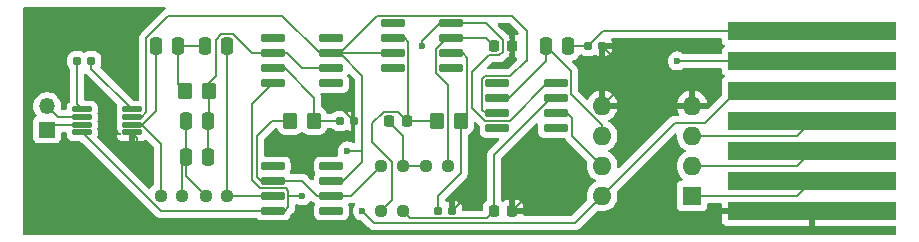
<source format=gbr>
%TF.GenerationSoftware,KiCad,Pcbnew,8.0.4*%
%TF.CreationDate,2024-11-18T10:18:22-08:00*%
%TF.ProjectId,Channel,4368616e-6e65-46c2-9e6b-696361645f70,rev?*%
%TF.SameCoordinates,Original*%
%TF.FileFunction,Copper,L1,Top*%
%TF.FilePolarity,Positive*%
%FSLAX46Y46*%
G04 Gerber Fmt 4.6, Leading zero omitted, Abs format (unit mm)*
G04 Created by KiCad (PCBNEW 8.0.4) date 2024-11-18 10:18:22*
%MOMM*%
%LPD*%
G01*
G04 APERTURE LIST*
G04 Aperture macros list*
%AMRoundRect*
0 Rectangle with rounded corners*
0 $1 Rounding radius*
0 $2 $3 $4 $5 $6 $7 $8 $9 X,Y pos of 4 corners*
0 Add a 4 corners polygon primitive as box body*
4,1,4,$2,$3,$4,$5,$6,$7,$8,$9,$2,$3,0*
0 Add four circle primitives for the rounded corners*
1,1,$1+$1,$2,$3*
1,1,$1+$1,$4,$5*
1,1,$1+$1,$6,$7*
1,1,$1+$1,$8,$9*
0 Add four rect primitives between the rounded corners*
20,1,$1+$1,$2,$3,$4,$5,0*
20,1,$1+$1,$4,$5,$6,$7,0*
20,1,$1+$1,$6,$7,$8,$9,0*
20,1,$1+$1,$8,$9,$2,$3,0*%
G04 Aperture macros list end*
%TA.AperFunction,ConnectorPad*%
%ADD10R,14.300000X1.500000*%
%TD*%
%TA.AperFunction,ComponentPad*%
%ADD11R,1.600000X1.600000*%
%TD*%
%TA.AperFunction,ComponentPad*%
%ADD12O,1.600000X1.600000*%
%TD*%
%TA.AperFunction,SMDPad,CuDef*%
%ADD13RoundRect,0.225000X-0.225000X-0.250000X0.225000X-0.250000X0.225000X0.250000X-0.225000X0.250000X0*%
%TD*%
%TA.AperFunction,SMDPad,CuDef*%
%ADD14RoundRect,0.125000X-0.687500X-0.125000X0.687500X-0.125000X0.687500X0.125000X-0.687500X0.125000X0*%
%TD*%
%TA.AperFunction,SMDPad,CuDef*%
%ADD15RoundRect,0.250000X-0.250000X-0.475000X0.250000X-0.475000X0.250000X0.475000X-0.250000X0.475000X0*%
%TD*%
%TA.AperFunction,SMDPad,CuDef*%
%ADD16RoundRect,0.075000X-0.910000X-0.225000X0.910000X-0.225000X0.910000X0.225000X-0.910000X0.225000X0*%
%TD*%
%TA.AperFunction,SMDPad,CuDef*%
%ADD17RoundRect,0.237500X0.250000X0.237500X-0.250000X0.237500X-0.250000X-0.237500X0.250000X-0.237500X0*%
%TD*%
%TA.AperFunction,SMDPad,CuDef*%
%ADD18RoundRect,0.160000X-0.197500X-0.160000X0.197500X-0.160000X0.197500X0.160000X-0.197500X0.160000X0*%
%TD*%
%TA.AperFunction,SMDPad,CuDef*%
%ADD19RoundRect,0.237500X-0.250000X-0.237500X0.250000X-0.237500X0.250000X0.237500X-0.250000X0.237500X0*%
%TD*%
%TA.AperFunction,ComponentPad*%
%ADD20R,1.350000X1.350000*%
%TD*%
%TA.AperFunction,ComponentPad*%
%ADD21O,1.350000X1.350000*%
%TD*%
%TA.AperFunction,SMDPad,CuDef*%
%ADD22RoundRect,0.250000X-0.350000X-0.450000X0.350000X-0.450000X0.350000X0.450000X-0.350000X0.450000X0*%
%TD*%
%TA.AperFunction,SMDPad,CuDef*%
%ADD23RoundRect,0.075000X0.910000X0.225000X-0.910000X0.225000X-0.910000X-0.225000X0.910000X-0.225000X0*%
%TD*%
%TA.AperFunction,SMDPad,CuDef*%
%ADD24RoundRect,0.225000X0.225000X0.250000X-0.225000X0.250000X-0.225000X-0.250000X0.225000X-0.250000X0*%
%TD*%
%TA.AperFunction,ViaPad*%
%ADD25C,0.600000*%
%TD*%
%TA.AperFunction,Conductor*%
%ADD26C,0.200000*%
%TD*%
G04 APERTURE END LIST*
D10*
%TO.P,J2,1,Pin_1*%
%TO.N,Out*%
X144780000Y-73660000D03*
%TO.P,J2,2,Pin_2*%
%TO.N,Vss*%
X144780000Y-76200000D03*
%TO.P,J2,3,Pin_3*%
%TO.N,Vdd*%
X144780000Y-78740000D03*
%TO.P,J2,4,Pin_4*%
%TO.N,SDI*%
X144780000Y-81280000D03*
%TO.P,J2,5,Pin_5*%
%TO.N,CKL*%
X144780000Y-83820000D03*
%TO.P,J2,6,Pin_6*%
%TO.N,CS*%
X144780000Y-86360000D03*
%TO.P,J2,7,Pin_7*%
%TO.N,GND*%
X144780000Y-88900000D03*
%TD*%
D11*
%TO.P,U6,1,~{CS}*%
%TO.N,CS*%
X134610000Y-87620000D03*
D12*
%TO.P,U6,2,SCK*%
%TO.N,CKL*%
X134610000Y-85080000D03*
%TO.P,U6,3,SDI/SDO*%
%TO.N,SDI*%
X134610000Y-82540000D03*
%TO.P,U6,4,V_{SS}*%
%TO.N,GND*%
X134610000Y-80000000D03*
%TO.P,U6,5,P0A*%
X126990000Y-80000000D03*
%TO.P,U6,6,P0W*%
%TO.N,Net-(U6-P0W)*%
X126990000Y-82540000D03*
%TO.P,U6,7,P0B*%
%TO.N,Net-(U5--)*%
X126990000Y-85080000D03*
%TO.P,U6,8,V_{DD}*%
%TO.N,Vdd*%
X126990000Y-87620000D03*
%TD*%
D13*
%TO.P,C7,1*%
%TO.N,Net-(U5-+)*%
X117830000Y-88900000D03*
%TO.P,C7,2*%
%TO.N,GND*%
X119380000Y-88900000D03*
%TD*%
D14*
%TO.P,U1,1,Rg*%
%TO.N,Net-(R1-Pad1)*%
X82977500Y-80305000D03*
%TO.P,U1,2,-*%
%TO.N,Ref_Electrode*%
X82977500Y-80955000D03*
%TO.P,U1,3,+*%
%TO.N,Electrode*%
X82977500Y-81605000D03*
%TO.P,U1,4,V-*%
%TO.N,Vss*%
X82977500Y-82255000D03*
%TO.P,U1,5,Ref*%
%TO.N,GND*%
X87202500Y-82255000D03*
%TO.P,U1,6*%
%TO.N,Net-(C1-Pad1)*%
X87202500Y-81605000D03*
%TO.P,U1,7,V+*%
%TO.N,Vdd*%
X87202500Y-80955000D03*
%TO.P,U1,8,Rg*%
%TO.N,Net-(R1-Pad2)*%
X87202500Y-80305000D03*
%TD*%
D15*
%TO.P,C3,1*%
%TO.N,Net-(C2-Pad1)*%
X91760000Y-84290000D03*
%TO.P,C3,2*%
%TO.N,Net-(U2--)*%
X93660000Y-84290000D03*
%TD*%
%TO.P,C2,1*%
%TO.N,Net-(C2-Pad1)*%
X91760000Y-81280000D03*
%TO.P,C2,2*%
%TO.N,Net-(U2--)*%
X93660000Y-81280000D03*
%TD*%
%TO.P,C1,1*%
%TO.N,Net-(C1-Pad1)*%
X89220000Y-74930000D03*
%TO.P,C1,2*%
%TO.N,Net-(C1-Pad2)*%
X91120000Y-74930000D03*
%TD*%
D16*
%TO.P,U3,1,NULL*%
%TO.N,unconnected-(U3-NULL-Pad1)*%
X99130000Y-85090000D03*
%TO.P,U3,2,-*%
%TO.N,Net-(U3--)*%
X99130000Y-86360000D03*
%TO.P,U3,3,+*%
%TO.N,Net-(U3-+)*%
X99130000Y-87630000D03*
%TO.P,U3,4,V-*%
%TO.N,Vss*%
X99130000Y-88900000D03*
%TO.P,U3,5,NULL*%
%TO.N,unconnected-(U3-NULL-Pad5)*%
X104070000Y-88900000D03*
%TO.P,U3,6*%
%TO.N,Net-(U3--)*%
X104070000Y-87630000D03*
%TO.P,U3,7,V+*%
%TO.N,Vdd*%
X104070000Y-86360000D03*
%TO.P,U3,8,NC*%
%TO.N,unconnected-(U3-NC-Pad8)*%
X104070000Y-85090000D03*
%TD*%
D17*
%TO.P,R2,1*%
%TO.N,Net-(C2-Pad1)*%
X91440000Y-87630000D03*
%TO.P,R2,2*%
%TO.N,Net-(C1-Pad1)*%
X89615000Y-87630000D03*
%TD*%
D18*
%TO.P,R6,1*%
%TO.N,Net-(U2-+)*%
X104812500Y-81280000D03*
%TO.P,R6,2*%
%TO.N,GND*%
X106007500Y-81280000D03*
%TD*%
%TO.P,R1,1*%
%TO.N,Net-(R1-Pad1)*%
X82550000Y-76200000D03*
%TO.P,R1,2*%
%TO.N,Net-(R1-Pad2)*%
X83745000Y-76200000D03*
%TD*%
D16*
%TO.P,U2,1,NULL*%
%TO.N,unconnected-(U2-NULL-Pad1)*%
X99130000Y-74295000D03*
%TO.P,U2,2,-*%
%TO.N,Net-(U2--)*%
X99130000Y-75565000D03*
%TO.P,U2,3,+*%
%TO.N,Net-(U2-+)*%
X99130000Y-76835000D03*
%TO.P,U2,4,V-*%
%TO.N,Vss*%
X99130000Y-78105000D03*
%TO.P,U2,5,NULL*%
%TO.N,unconnected-(U2-NULL-Pad5)*%
X104070000Y-78105000D03*
%TO.P,U2,6*%
%TO.N,Net-(U2--)*%
X104070000Y-76835000D03*
%TO.P,U2,7,V+*%
%TO.N,Vdd*%
X104070000Y-75565000D03*
%TO.P,U2,8,NC*%
%TO.N,unconnected-(U2-NC-Pad8)*%
X104070000Y-74295000D03*
%TD*%
D19*
%TO.P,R11,1*%
%TO.N,Net-(C6-Pad1)*%
X108307500Y-88900000D03*
%TO.P,R11,2*%
%TO.N,Net-(U5-+)*%
X110132500Y-88900000D03*
%TD*%
D15*
%TO.P,C4,1*%
%TO.N,Net-(C1-Pad2)*%
X93350000Y-74930000D03*
%TO.P,C4,2*%
%TO.N,Net-(U3-+)*%
X95250000Y-74930000D03*
%TD*%
D19*
%TO.P,R7,1*%
%TO.N,Net-(U3--)*%
X108307500Y-85090000D03*
%TO.P,R7,2*%
%TO.N,Net-(C6-Pad2)*%
X110132500Y-85090000D03*
%TD*%
D18*
%TO.P,R12,1*%
%TO.N,Out*%
X125805000Y-74930000D03*
%TO.P,R12,2*%
%TO.N,GND*%
X127000000Y-74930000D03*
%TD*%
D20*
%TO.P,J1,1,Pin_1*%
%TO.N,Electrode*%
X80010000Y-82010000D03*
D21*
%TO.P,J1,2,Pin_2*%
%TO.N,Ref_Electrode*%
X80010000Y-80010000D03*
%TD*%
D22*
%TO.P,R5,1*%
%TO.N,Net-(U3--)*%
X100600000Y-81280000D03*
%TO.P,R5,2*%
%TO.N,Net-(U2-+)*%
X102600000Y-81280000D03*
%TD*%
D17*
%TO.P,R4,1*%
%TO.N,Net-(U3-+)*%
X95250000Y-87630000D03*
%TO.P,R4,2*%
%TO.N,Net-(C2-Pad1)*%
X93425000Y-87630000D03*
%TD*%
D15*
%TO.P,C8,1*%
%TO.N,Net-(U6-P0W)*%
X122240000Y-74930000D03*
%TO.P,C8,2*%
%TO.N,Out*%
X124140000Y-74930000D03*
%TD*%
D23*
%TO.P,U4,1,NULL*%
%TO.N,unconnected-(U4-NULL-Pad1)*%
X114230000Y-76835000D03*
%TO.P,U4,2,-*%
%TO.N,Net-(U4--)*%
X114230000Y-75565000D03*
%TO.P,U4,3,+*%
%TO.N,Net-(U4-+)*%
X114230000Y-74295000D03*
%TO.P,U4,4,V-*%
%TO.N,Vss*%
X114230000Y-73025000D03*
%TO.P,U4,5,NULL*%
%TO.N,unconnected-(U4-NULL-Pad5)*%
X109290000Y-73025000D03*
%TO.P,U4,6*%
%TO.N,Net-(C6-Pad1)*%
X109290000Y-74295000D03*
%TO.P,U4,7,V+*%
%TO.N,Vdd*%
X109290000Y-75565000D03*
%TO.P,U4,8,NC*%
%TO.N,unconnected-(U4-NC-Pad8)*%
X109290000Y-76835000D03*
%TD*%
D18*
%TO.P,R10,1*%
%TO.N,Net-(U4--)*%
X113105000Y-88900000D03*
%TO.P,R10,2*%
%TO.N,GND*%
X114300000Y-88900000D03*
%TD*%
D22*
%TO.P,R9,1*%
%TO.N,Net-(C6-Pad1)*%
X113020000Y-81280000D03*
%TO.P,R9,2*%
%TO.N,Net-(U4--)*%
X115020000Y-81280000D03*
%TD*%
D13*
%TO.P,C5,1*%
%TO.N,Net-(U4-+)*%
X117830000Y-74930000D03*
%TO.P,C5,2*%
%TO.N,GND*%
X119380000Y-74930000D03*
%TD*%
D22*
%TO.P,R3,1*%
%TO.N,Net-(C1-Pad2)*%
X91710000Y-78740000D03*
%TO.P,R3,2*%
%TO.N,Net-(U2--)*%
X93710000Y-78740000D03*
%TD*%
D24*
%TO.P,C6,1*%
%TO.N,Net-(C6-Pad1)*%
X110490000Y-81280000D03*
%TO.P,C6,2*%
%TO.N,Net-(C6-Pad2)*%
X108940000Y-81280000D03*
%TD*%
D19*
%TO.P,R8,1*%
%TO.N,Net-(C6-Pad2)*%
X112117500Y-85090000D03*
%TO.P,R8,2*%
%TO.N,Net-(U4-+)*%
X113942500Y-85090000D03*
%TD*%
D23*
%TO.P,U5,1,NULL*%
%TO.N,unconnected-(U5-NULL-Pad1)*%
X123050000Y-81915000D03*
%TO.P,U5,2,-*%
%TO.N,Net-(U5--)*%
X123050000Y-80645000D03*
%TO.P,U5,3,+*%
%TO.N,Net-(U5-+)*%
X123050000Y-79375000D03*
%TO.P,U5,4,V-*%
%TO.N,Vss*%
X123050000Y-78105000D03*
%TO.P,U5,5,NULL*%
%TO.N,unconnected-(U5-NULL-Pad5)*%
X118110000Y-78105000D03*
%TO.P,U5,6*%
%TO.N,Net-(U6-P0W)*%
X118110000Y-79375000D03*
%TO.P,U5,7,V+*%
%TO.N,Vdd*%
X118110000Y-80645000D03*
%TO.P,U5,8,NC*%
%TO.N,unconnected-(U5-NC-Pad8)*%
X118110000Y-81915000D03*
%TD*%
D25*
%TO.N,GND*%
X104140000Y-80010000D03*
X120650000Y-87630000D03*
X87630000Y-83820000D03*
X129540000Y-77470000D03*
X115570000Y-87630000D03*
X119380000Y-73660000D03*
%TO.N,Vss*%
X111760000Y-74930000D03*
X133350000Y-76200000D03*
X101600000Y-87630000D03*
%TO.N,Vdd*%
X105410000Y-83820000D03*
X106680000Y-88900000D03*
%TD*%
D26*
%TO.N,Net-(C1-Pad2)*%
X91120000Y-78150000D02*
X91710000Y-78740000D01*
X91120000Y-74930000D02*
X91120000Y-78150000D01*
X91120000Y-74930000D02*
X93350000Y-74930000D01*
%TO.N,Net-(C1-Pad1)*%
X88014999Y-81605000D02*
X87202500Y-81605000D01*
X89220000Y-80399999D02*
X89220000Y-74930000D01*
X89615000Y-83205001D02*
X88014999Y-81605000D01*
X89615000Y-87630000D02*
X89615000Y-83205001D01*
X88014999Y-81605000D02*
X89220000Y-80399999D01*
%TO.N,Net-(U2--)*%
X100330000Y-75565000D02*
X101600000Y-76835000D01*
X93660000Y-84290000D02*
X93660000Y-81280000D01*
X94280000Y-74390256D02*
X94765256Y-73905000D01*
X99130000Y-75565000D02*
X100330000Y-75565000D01*
X93710000Y-78740000D02*
X93710000Y-78040000D01*
X101600000Y-76835000D02*
X104070000Y-76835000D01*
X93710000Y-81230000D02*
X93660000Y-81280000D01*
X94765256Y-73905000D02*
X95734744Y-73905000D01*
X94280000Y-77470000D02*
X94280000Y-74390256D01*
X95734744Y-73905000D02*
X97394744Y-75565000D01*
X93710000Y-78040000D02*
X94280000Y-77470000D01*
X97394744Y-75565000D02*
X99130000Y-75565000D01*
X93710000Y-78740000D02*
X93710000Y-81230000D01*
%TO.N,Net-(C2-Pad1)*%
X91760000Y-84770000D02*
X91440000Y-85090000D01*
X91440000Y-85090000D02*
X91440000Y-87630000D01*
X91760000Y-85965000D02*
X93425000Y-87630000D01*
X91760000Y-84290000D02*
X91760000Y-85965000D01*
X91760000Y-84290000D02*
X91760000Y-81280000D01*
X91760000Y-84290000D02*
X91760000Y-84770000D01*
%TO.N,Net-(U3-+)*%
X95250000Y-74930000D02*
X95250000Y-87630000D01*
X95250000Y-87630000D02*
X99130000Y-87630000D01*
%TO.N,GND*%
X134610000Y-80000000D02*
X132070000Y-80000000D01*
X87630000Y-82682500D02*
X87630000Y-83820000D01*
X129520000Y-77470000D02*
X129540000Y-77470000D01*
X114300000Y-88900000D02*
X115570000Y-87630000D01*
X119380000Y-88900000D02*
X120650000Y-87630000D01*
X132070000Y-80000000D02*
X129540000Y-77470000D01*
X87202500Y-82255000D02*
X87630000Y-82682500D01*
X104737500Y-80010000D02*
X104140000Y-80010000D01*
X126990000Y-80000000D02*
X129520000Y-77470000D01*
X106007500Y-81280000D02*
X104737500Y-80010000D01*
X129540000Y-77470000D02*
X127000000Y-74930000D01*
X119380000Y-74930000D02*
X119380000Y-73660000D01*
%TO.N,Net-(U4-+)*%
X113832590Y-74295000D02*
X114230000Y-74295000D01*
X112945000Y-77217410D02*
X112945000Y-75182590D01*
X114230000Y-74295000D02*
X117195000Y-74295000D01*
X113942500Y-85090000D02*
X113942500Y-78214910D01*
X112945000Y-75182590D02*
X113832590Y-74295000D01*
X113942500Y-78214910D02*
X112945000Y-77217410D01*
X117195000Y-74295000D02*
X117830000Y-74930000D01*
%TO.N,Net-(C6-Pad2)*%
X110132500Y-82550000D02*
X110132500Y-85090000D01*
X108940000Y-81357500D02*
X110132500Y-82550000D01*
X112117500Y-85090000D02*
X110132500Y-85090000D01*
X108940000Y-81280000D02*
X108940000Y-81357500D01*
%TO.N,Net-(C6-Pad1)*%
X113020000Y-81280000D02*
X110490000Y-81280000D01*
X109290000Y-74295000D02*
X110274999Y-74295000D01*
X110575000Y-74595001D02*
X110575000Y-81195000D01*
X107520000Y-81476304D02*
X107520000Y-83048278D01*
X110274999Y-74295000D02*
X110575000Y-74595001D01*
X109220000Y-84748278D02*
X109220000Y-87987500D01*
X107520000Y-83048278D02*
X109220000Y-84748278D01*
X109715000Y-80505000D02*
X108491304Y-80505000D01*
X108491304Y-80505000D02*
X107520000Y-81476304D01*
X110490000Y-81280000D02*
X109715000Y-80505000D01*
X110575000Y-81195000D02*
X110490000Y-81280000D01*
X109220000Y-87987500D02*
X108307500Y-88900000D01*
%TO.N,Net-(U5-+)*%
X117210000Y-89520000D02*
X117830000Y-88900000D01*
X123050000Y-79375000D02*
X122652590Y-79375000D01*
X117830000Y-84197590D02*
X117830000Y-88900000D01*
X110752500Y-89520000D02*
X117210000Y-89520000D01*
X110132500Y-88900000D02*
X110752500Y-89520000D01*
X122652590Y-79375000D02*
X117830000Y-84197590D01*
%TO.N,Net-(U6-P0W)*%
X122240000Y-76229999D02*
X122240000Y-74930000D01*
X126990000Y-81647590D02*
X124335000Y-78992590D01*
X118110000Y-79375000D02*
X119094999Y-79375000D01*
X126990000Y-82540000D02*
X126990000Y-81647590D01*
X119094999Y-79375000D02*
X122240000Y-76229999D01*
X124335000Y-78992590D02*
X124335000Y-77025000D01*
X124335000Y-77025000D02*
X122240000Y-74930000D01*
%TO.N,Out*%
X125805000Y-74930000D02*
X125730000Y-74930000D01*
X125805000Y-74930000D02*
X124140000Y-74930000D01*
X125805000Y-74930000D02*
X127075000Y-73660000D01*
X127075000Y-73660000D02*
X144780000Y-73660000D01*
%TO.N,Electrode*%
X80010000Y-82010000D02*
X80415000Y-81605000D01*
X80415000Y-81605000D02*
X82977500Y-81605000D01*
%TO.N,Ref_Electrode*%
X80955000Y-80955000D02*
X82977500Y-80955000D01*
X80010000Y-80010000D02*
X80955000Y-80955000D01*
%TO.N,CKL*%
X143520000Y-85080000D02*
X144780000Y-83820000D01*
X134610000Y-85080000D02*
X143520000Y-85080000D01*
%TO.N,Vss*%
X100415000Y-88599999D02*
X100415000Y-87630000D01*
X118580000Y-75403696D02*
X118580000Y-74456304D01*
X100197410Y-86960000D02*
X98062590Y-86960000D01*
X123050000Y-78105000D02*
X122317410Y-78105000D01*
X144780000Y-76200000D02*
X133350000Y-76200000D01*
X115970000Y-77116304D02*
X117381304Y-75705000D01*
X89622500Y-88900000D02*
X82977500Y-82255000D01*
X100114999Y-88900000D02*
X100415000Y-88599999D01*
X117042590Y-81245000D02*
X115970000Y-80172410D01*
X114230000Y-73025000D02*
X113245001Y-73025000D01*
X99130000Y-88900000D02*
X100114999Y-88900000D01*
X97390000Y-86287410D02*
X97390000Y-79845000D01*
X100415000Y-87630000D02*
X100415000Y-87177590D01*
X111760000Y-74510001D02*
X111760000Y-74930000D01*
X115970000Y-80172410D02*
X115970000Y-77116304D01*
X118278696Y-75705000D02*
X118580000Y-75403696D01*
X117381304Y-75705000D02*
X118278696Y-75705000D01*
X117148696Y-73025000D02*
X114230000Y-73025000D01*
X101600000Y-87630000D02*
X100415000Y-87630000D01*
X97390000Y-79845000D02*
X99130000Y-78105000D01*
X113245001Y-73025000D02*
X111760000Y-74510001D01*
X119177410Y-81245000D02*
X117042590Y-81245000D01*
X118580000Y-74456304D02*
X117148696Y-73025000D01*
X99130000Y-88900000D02*
X89622500Y-88900000D01*
X98062590Y-86960000D02*
X97390000Y-86287410D01*
X100415000Y-87177590D02*
X100197410Y-86960000D01*
X122317410Y-78105000D02*
X119177410Y-81245000D01*
%TO.N,SDI*%
X143520000Y-82540000D02*
X144780000Y-81280000D01*
X134610000Y-82540000D02*
X143520000Y-82540000D01*
%TO.N,CS*%
X143520000Y-87620000D02*
X144780000Y-86360000D01*
X134610000Y-87620000D02*
X143520000Y-87620000D01*
%TO.N,Vdd*%
X116825000Y-78992590D02*
X116840000Y-78977590D01*
X104775000Y-75565000D02*
X104070000Y-75565000D01*
X88014999Y-80955000D02*
X88420000Y-80549999D01*
X106665000Y-84749999D02*
X106665000Y-83820000D01*
X135680000Y-81440000D02*
X138380000Y-78740000D01*
X119380000Y-72390000D02*
X107950000Y-72390000D01*
X103085001Y-75565000D02*
X104070000Y-75565000D01*
X138380000Y-78740000D02*
X144780000Y-78740000D01*
X126990000Y-87620000D02*
X124690000Y-89920000D01*
X120650000Y-73660000D02*
X119380000Y-72390000D01*
X116825000Y-77722590D02*
X117042590Y-77505000D01*
X120650000Y-76200000D02*
X120650000Y-73660000D01*
X119226205Y-77505000D02*
X120531205Y-76200000D01*
X105054999Y-86360000D02*
X106665000Y-84749999D01*
X116840000Y-78502410D02*
X116825000Y-78487410D01*
X106665000Y-77455000D02*
X104775000Y-75565000D01*
X126990000Y-87620000D02*
X133170000Y-81440000D01*
X133170000Y-81440000D02*
X135680000Y-81440000D01*
X88420000Y-74220256D02*
X90250256Y-72390000D01*
X106665000Y-83820000D02*
X105410000Y-83820000D01*
X107950000Y-72390000D02*
X104775000Y-75565000D01*
X99910001Y-72390000D02*
X103085001Y-75565000D01*
X117042590Y-77505000D02*
X119226205Y-77505000D01*
X118110000Y-80645000D02*
X117125001Y-80645000D01*
X116825000Y-80344999D02*
X116825000Y-78992590D01*
X109290000Y-75565000D02*
X104070000Y-75565000D01*
X107700000Y-89920000D02*
X106680000Y-88900000D01*
X117125001Y-80645000D02*
X116825000Y-80344999D01*
X104070000Y-86360000D02*
X105054999Y-86360000D01*
X116825000Y-78487410D02*
X116825000Y-77722590D01*
X116840000Y-78977590D02*
X116840000Y-78502410D01*
X124690000Y-89920000D02*
X107700000Y-89920000D01*
X120531205Y-76200000D02*
X120650000Y-76200000D01*
X90250256Y-72390000D02*
X99910001Y-72390000D01*
X87202500Y-80955000D02*
X88014999Y-80955000D01*
X88420000Y-80549999D02*
X88420000Y-74220256D01*
X106665000Y-83820000D02*
X106665000Y-77455000D01*
%TO.N,Net-(R1-Pad1)*%
X82550000Y-79877500D02*
X82977500Y-80305000D01*
X82550000Y-76200000D02*
X82550000Y-79877500D01*
%TO.N,Net-(R1-Pad2)*%
X87202500Y-80305000D02*
X83745000Y-76847500D01*
X83745000Y-76847500D02*
X83745000Y-76200000D01*
%TO.N,Net-(U3--)*%
X100600000Y-81280000D02*
X99060000Y-81280000D01*
X98145001Y-86360000D02*
X99130000Y-86360000D01*
X102870000Y-87630000D02*
X101600000Y-86360000D01*
X105767500Y-87630000D02*
X104070000Y-87630000D01*
X99060000Y-81280000D02*
X97790000Y-82550000D01*
X104070000Y-87630000D02*
X102870000Y-87630000D01*
X97790000Y-82550000D02*
X97790000Y-86004999D01*
X108307500Y-85090000D02*
X105767500Y-87630000D01*
X101600000Y-86360000D02*
X99130000Y-86360000D01*
X97790000Y-86004999D02*
X98145001Y-86360000D01*
%TO.N,Net-(U2-+)*%
X100114999Y-76835000D02*
X102600000Y-79320001D01*
X99130000Y-76835000D02*
X100114999Y-76835000D01*
X102600000Y-81280000D02*
X104812500Y-81280000D01*
X102600000Y-79320001D02*
X102600000Y-81280000D01*
%TO.N,Net-(U4--)*%
X115020000Y-85715000D02*
X113105000Y-87630000D01*
X113105000Y-87630000D02*
X113105000Y-88900000D01*
X115570000Y-80730000D02*
X115020000Y-81280000D01*
X115214999Y-75565000D02*
X115570000Y-75920001D01*
X115020000Y-85715000D02*
X115020000Y-81280000D01*
X114230000Y-75565000D02*
X115214999Y-75565000D01*
X115570000Y-75920001D02*
X115570000Y-80730000D01*
%TO.N,Net-(U5--)*%
X124460000Y-81070001D02*
X124460000Y-82550000D01*
X124460000Y-82550000D02*
X126990000Y-85080000D01*
X123050000Y-80645000D02*
X124034999Y-80645000D01*
X124034999Y-80645000D02*
X124460000Y-81070001D01*
%TD*%
%TA.AperFunction,Conductor*%
%TO.N,GND*%
G36*
X89986333Y-71640185D02*
G01*
X90032088Y-71692989D01*
X90042032Y-71762147D01*
X90013007Y-71825703D01*
X89981296Y-71851886D01*
X89974969Y-71855538D01*
X89968351Y-71859360D01*
X89924945Y-71884420D01*
X89881541Y-71909479D01*
X89881538Y-71909481D01*
X87939479Y-73851540D01*
X87933274Y-73862289D01*
X87916245Y-73891785D01*
X87860423Y-73988471D01*
X87819499Y-74141199D01*
X87819499Y-74141201D01*
X87819499Y-74309302D01*
X87819500Y-74309315D01*
X87819500Y-79430500D01*
X87799815Y-79497539D01*
X87747011Y-79543294D01*
X87695500Y-79554500D01*
X87352597Y-79554500D01*
X87285558Y-79534815D01*
X87264916Y-79518181D01*
X84554092Y-76807357D01*
X84520607Y-76746034D01*
X84525591Y-76676342D01*
X84535652Y-76655533D01*
X84549233Y-76633069D01*
X84596952Y-76479933D01*
X84603000Y-76413381D01*
X84602999Y-75986620D01*
X84602999Y-75986619D01*
X84602999Y-75986611D01*
X84596953Y-75920073D01*
X84596952Y-75920070D01*
X84596952Y-75920067D01*
X84563549Y-75812872D01*
X84549234Y-75766933D01*
X84549232Y-75766929D01*
X84466257Y-75629670D01*
X84466253Y-75629665D01*
X84352834Y-75516246D01*
X84352829Y-75516242D01*
X84215570Y-75433267D01*
X84215566Y-75433265D01*
X84062433Y-75385548D01*
X84062435Y-75385548D01*
X84035812Y-75383128D01*
X83995881Y-75379500D01*
X83995878Y-75379500D01*
X83494111Y-75379500D01*
X83427573Y-75385546D01*
X83427566Y-75385548D01*
X83274433Y-75433265D01*
X83274429Y-75433267D01*
X83211649Y-75471219D01*
X83144094Y-75489055D01*
X83083351Y-75471219D01*
X83020570Y-75433267D01*
X83020566Y-75433265D01*
X82867433Y-75385548D01*
X82867435Y-75385548D01*
X82840812Y-75383128D01*
X82800881Y-75379500D01*
X82800878Y-75379500D01*
X82299111Y-75379500D01*
X82232573Y-75385546D01*
X82232566Y-75385548D01*
X82079433Y-75433265D01*
X82079429Y-75433267D01*
X81942170Y-75516242D01*
X81942165Y-75516246D01*
X81828746Y-75629665D01*
X81828742Y-75629670D01*
X81745767Y-75766929D01*
X81745765Y-75766933D01*
X81698048Y-75920065D01*
X81692000Y-75986621D01*
X81692000Y-76413388D01*
X81698046Y-76479926D01*
X81698048Y-76479933D01*
X81745765Y-76633066D01*
X81745767Y-76633070D01*
X81828742Y-76770329D01*
X81828746Y-76770334D01*
X81913181Y-76854769D01*
X81946666Y-76916092D01*
X81949500Y-76942450D01*
X81949500Y-79585464D01*
X81929815Y-79652503D01*
X81908536Y-79675755D01*
X81909096Y-79676315D01*
X81903582Y-79681828D01*
X81903580Y-79681830D01*
X81850463Y-79734946D01*
X81791831Y-79793578D01*
X81791827Y-79793583D01*
X81711382Y-79929609D01*
X81711380Y-79929614D01*
X81667292Y-80081366D01*
X81667290Y-80081379D01*
X81664500Y-80116829D01*
X81664500Y-80230500D01*
X81644815Y-80297539D01*
X81592011Y-80343294D01*
X81540500Y-80354500D01*
X81294635Y-80354500D01*
X81227596Y-80334815D01*
X81181841Y-80282011D01*
X81171164Y-80219059D01*
X81190536Y-80010000D01*
X81190536Y-80009999D01*
X81184096Y-79940499D01*
X81170435Y-79793077D01*
X81110817Y-79583541D01*
X81013712Y-79388528D01*
X80882427Y-79214678D01*
X80721432Y-79067912D01*
X80721428Y-79067909D01*
X80721423Y-79067906D01*
X80536213Y-78953229D01*
X80536207Y-78953226D01*
X80420326Y-78908334D01*
X80333069Y-78874530D01*
X80118926Y-78834500D01*
X79901074Y-78834500D01*
X79686931Y-78874530D01*
X79641250Y-78892227D01*
X79483792Y-78953226D01*
X79483786Y-78953229D01*
X79298576Y-79067906D01*
X79298566Y-79067913D01*
X79137574Y-79214676D01*
X79006288Y-79388527D01*
X78909184Y-79583537D01*
X78888691Y-79655564D01*
X78861822Y-79750000D01*
X78849564Y-79793081D01*
X78829464Y-80009999D01*
X78829464Y-80010000D01*
X78849564Y-80226918D01*
X78849564Y-80226920D01*
X78849565Y-80226923D01*
X78887811Y-80361344D01*
X78909184Y-80436462D01*
X78988748Y-80596247D01*
X79006288Y-80631472D01*
X79081872Y-80731562D01*
X79087747Y-80739341D01*
X79112439Y-80804702D01*
X79097874Y-80873037D01*
X79063105Y-80913334D01*
X78977452Y-80977455D01*
X78891206Y-81092664D01*
X78891202Y-81092671D01*
X78840908Y-81227517D01*
X78834501Y-81287116D01*
X78834500Y-81287135D01*
X78834500Y-82732870D01*
X78834501Y-82732876D01*
X78840908Y-82792483D01*
X78891202Y-82927328D01*
X78891206Y-82927335D01*
X78977452Y-83042544D01*
X78977455Y-83042547D01*
X79092664Y-83128793D01*
X79092671Y-83128797D01*
X79227517Y-83179091D01*
X79227516Y-83179091D01*
X79234444Y-83179835D01*
X79287127Y-83185500D01*
X80732872Y-83185499D01*
X80792483Y-83179091D01*
X80927331Y-83128796D01*
X81042546Y-83042546D01*
X81128796Y-82927331D01*
X81179091Y-82792483D01*
X81185500Y-82732873D01*
X81185500Y-82329500D01*
X81205185Y-82262461D01*
X81257989Y-82216706D01*
X81309500Y-82205500D01*
X81540501Y-82205500D01*
X81607540Y-82225185D01*
X81653295Y-82277989D01*
X81664501Y-82329500D01*
X81664501Y-82443175D01*
X81667291Y-82478627D01*
X81711380Y-82630385D01*
X81711382Y-82630390D01*
X81791827Y-82766416D01*
X81791834Y-82766425D01*
X81903574Y-82878165D01*
X81903578Y-82878168D01*
X81903580Y-82878170D01*
X82039610Y-82958618D01*
X82191373Y-83002709D01*
X82226837Y-83005500D01*
X82827402Y-83005499D01*
X82894441Y-83025183D01*
X82915083Y-83041818D01*
X89137639Y-89264374D01*
X89137649Y-89264385D01*
X89141979Y-89268715D01*
X89141980Y-89268716D01*
X89253784Y-89380520D01*
X89340595Y-89430639D01*
X89340597Y-89430641D01*
X89378651Y-89452611D01*
X89390715Y-89459577D01*
X89543443Y-89500500D01*
X97723236Y-89500500D01*
X97790275Y-89520185D01*
X97803093Y-89530514D01*
X97803102Y-89530503D01*
X97809547Y-89535448D01*
X97809549Y-89535451D01*
X97929767Y-89627698D01*
X98069764Y-89685687D01*
X98182280Y-89700500D01*
X98182287Y-89700500D01*
X100077713Y-89700500D01*
X100077720Y-89700500D01*
X100190236Y-89685687D01*
X100330233Y-89627698D01*
X100450451Y-89535451D01*
X100542698Y-89415233D01*
X100599514Y-89278065D01*
X100626391Y-89237841D01*
X100773506Y-89090727D01*
X100773511Y-89090723D01*
X100783714Y-89080519D01*
X100783716Y-89080519D01*
X100895520Y-88968715D01*
X100974577Y-88831783D01*
X101015500Y-88679056D01*
X101015500Y-88432503D01*
X101035185Y-88365464D01*
X101087989Y-88319709D01*
X101157147Y-88309765D01*
X101205469Y-88327508D01*
X101250476Y-88355788D01*
X101250478Y-88355789D01*
X101420745Y-88415368D01*
X101420750Y-88415369D01*
X101599996Y-88435565D01*
X101600000Y-88435565D01*
X101600004Y-88435565D01*
X101779249Y-88415369D01*
X101779252Y-88415368D01*
X101779255Y-88415368D01*
X101949522Y-88355789D01*
X102102262Y-88259816D01*
X102229816Y-88132262D01*
X102260233Y-88083852D01*
X102312565Y-88037563D01*
X102381618Y-88026913D01*
X102445467Y-88055288D01*
X102452906Y-88062143D01*
X102501282Y-88110518D01*
X102501284Y-88110520D01*
X102588095Y-88160639D01*
X102588096Y-88160640D01*
X102604877Y-88170328D01*
X102632784Y-88186441D01*
X102680999Y-88237007D01*
X102694222Y-88305614D01*
X102669161Y-88369311D01*
X102657301Y-88384767D01*
X102599313Y-88524763D01*
X102599313Y-88524764D01*
X102584500Y-88637272D01*
X102584500Y-89162727D01*
X102589190Y-89198345D01*
X102599313Y-89275236D01*
X102657302Y-89415233D01*
X102749549Y-89535451D01*
X102869767Y-89627698D01*
X103009764Y-89685687D01*
X103122280Y-89700500D01*
X103122287Y-89700500D01*
X105017713Y-89700500D01*
X105017720Y-89700500D01*
X105130236Y-89685687D01*
X105270233Y-89627698D01*
X105390451Y-89535451D01*
X105482698Y-89415233D01*
X105540687Y-89275236D01*
X105555500Y-89162720D01*
X105555500Y-88637280D01*
X105540687Y-88524764D01*
X105495374Y-88415369D01*
X105489817Y-88401953D01*
X105482348Y-88332483D01*
X105513623Y-88270004D01*
X105573712Y-88234352D01*
X105604378Y-88230500D01*
X105680831Y-88230500D01*
X105680847Y-88230501D01*
X105688443Y-88230501D01*
X105846555Y-88230501D01*
X105846557Y-88230501D01*
X105912583Y-88212809D01*
X105982431Y-88214470D01*
X106040294Y-88253632D01*
X106067799Y-88317860D01*
X106056213Y-88386763D01*
X106049670Y-88398555D01*
X105954211Y-88550476D01*
X105894631Y-88720745D01*
X105894630Y-88720750D01*
X105874435Y-88899996D01*
X105874435Y-88900003D01*
X105894630Y-89079249D01*
X105894631Y-89079254D01*
X105954211Y-89249523D01*
X106050184Y-89402262D01*
X106177738Y-89529816D01*
X106330478Y-89625789D01*
X106500745Y-89685368D01*
X106587669Y-89695161D01*
X106652080Y-89722226D01*
X106661465Y-89730700D01*
X107215139Y-90284374D01*
X107215149Y-90284385D01*
X107219479Y-90288715D01*
X107219480Y-90288716D01*
X107331284Y-90400520D01*
X107418095Y-90450639D01*
X107418097Y-90450641D01*
X107456151Y-90472611D01*
X107468215Y-90479577D01*
X107620943Y-90520501D01*
X107620946Y-90520501D01*
X107786653Y-90520501D01*
X107786669Y-90520500D01*
X124603331Y-90520500D01*
X124603347Y-90520501D01*
X124610943Y-90520501D01*
X124769054Y-90520501D01*
X124769057Y-90520501D01*
X124921785Y-90479577D01*
X124971904Y-90450639D01*
X125058716Y-90400520D01*
X125170520Y-90288716D01*
X125170520Y-90288714D01*
X125180728Y-90278507D01*
X125180730Y-90278504D01*
X125761390Y-89697844D01*
X137130000Y-89697844D01*
X137136401Y-89757372D01*
X137136403Y-89757379D01*
X137186645Y-89892086D01*
X137186649Y-89892093D01*
X137272809Y-90007187D01*
X137272812Y-90007190D01*
X137387906Y-90093350D01*
X137387913Y-90093354D01*
X137522620Y-90143596D01*
X137522627Y-90143598D01*
X137582155Y-90149999D01*
X137582172Y-90150000D01*
X144530000Y-90150000D01*
X144530000Y-89150000D01*
X137130000Y-89150000D01*
X137130000Y-89697844D01*
X125761390Y-89697844D01*
X126547294Y-88911939D01*
X126608615Y-88878456D01*
X126667066Y-88879847D01*
X126686604Y-88885082D01*
X126763308Y-88905635D01*
X126921786Y-88919500D01*
X126989998Y-88925468D01*
X126990000Y-88925468D01*
X126990002Y-88925468D01*
X127058214Y-88919500D01*
X127216692Y-88905635D01*
X127436496Y-88846739D01*
X127642734Y-88750568D01*
X127829139Y-88620047D01*
X127990047Y-88459139D01*
X128120568Y-88272734D01*
X128216739Y-88066496D01*
X128275635Y-87846692D01*
X128295468Y-87620000D01*
X128275635Y-87393308D01*
X128249847Y-87297066D01*
X128251510Y-87227217D01*
X128281939Y-87177294D01*
X133100573Y-82358660D01*
X133161894Y-82325177D01*
X133231586Y-82330161D01*
X133287519Y-82372033D01*
X133311936Y-82437497D01*
X133311780Y-82457150D01*
X133304532Y-82539997D01*
X133304532Y-82540001D01*
X133324364Y-82766686D01*
X133324366Y-82766697D01*
X133383258Y-82986488D01*
X133383261Y-82986497D01*
X133479431Y-83192732D01*
X133479432Y-83192734D01*
X133609954Y-83379141D01*
X133770858Y-83540045D01*
X133817693Y-83572839D01*
X133957266Y-83670568D01*
X134015275Y-83697618D01*
X134067714Y-83743791D01*
X134086866Y-83810984D01*
X134066650Y-83877865D01*
X134015275Y-83922382D01*
X133957267Y-83949431D01*
X133957265Y-83949432D01*
X133770858Y-84079954D01*
X133609954Y-84240858D01*
X133479432Y-84427265D01*
X133479431Y-84427267D01*
X133383261Y-84633502D01*
X133383258Y-84633511D01*
X133324366Y-84853302D01*
X133324364Y-84853313D01*
X133304532Y-85079998D01*
X133304532Y-85080001D01*
X133324364Y-85306686D01*
X133324366Y-85306697D01*
X133383258Y-85526488D01*
X133383261Y-85526497D01*
X133479431Y-85732732D01*
X133479432Y-85732734D01*
X133609954Y-85919141D01*
X133770858Y-86080045D01*
X133795462Y-86097273D01*
X133839087Y-86151849D01*
X133846281Y-86221348D01*
X133814758Y-86283703D01*
X133754529Y-86319117D01*
X133737593Y-86322138D01*
X133702516Y-86325908D01*
X133567671Y-86376202D01*
X133567664Y-86376206D01*
X133452455Y-86462452D01*
X133452452Y-86462455D01*
X133366206Y-86577664D01*
X133366202Y-86577671D01*
X133315908Y-86712517D01*
X133309951Y-86767930D01*
X133309501Y-86772123D01*
X133309500Y-86772135D01*
X133309500Y-88467870D01*
X133309501Y-88467876D01*
X133315908Y-88527483D01*
X133366202Y-88662328D01*
X133366206Y-88662335D01*
X133452452Y-88777544D01*
X133452455Y-88777547D01*
X133567664Y-88863793D01*
X133567671Y-88863797D01*
X133702517Y-88914091D01*
X133702516Y-88914091D01*
X133709444Y-88914835D01*
X133762127Y-88920500D01*
X135457872Y-88920499D01*
X135517483Y-88914091D01*
X135652331Y-88863796D01*
X135767546Y-88777546D01*
X135853796Y-88662331D01*
X135904091Y-88527483D01*
X135910500Y-88467873D01*
X135910500Y-88344500D01*
X135930185Y-88277461D01*
X135982989Y-88231706D01*
X136034500Y-88220500D01*
X137006000Y-88220500D01*
X137073039Y-88240185D01*
X137118794Y-88292989D01*
X137130000Y-88344500D01*
X137130000Y-88650000D01*
X144906000Y-88650000D01*
X144973039Y-88669685D01*
X145018794Y-88722489D01*
X145030000Y-88774000D01*
X145030000Y-90150000D01*
X151775500Y-90150000D01*
X151842539Y-90169685D01*
X151888294Y-90222489D01*
X151899500Y-90274000D01*
X151899500Y-90815500D01*
X151879815Y-90882539D01*
X151827011Y-90928294D01*
X151775500Y-90939500D01*
X78094500Y-90939500D01*
X78027461Y-90919815D01*
X77981706Y-90867011D01*
X77970500Y-90815500D01*
X77970500Y-71744500D01*
X77990185Y-71677461D01*
X78042989Y-71631706D01*
X78094500Y-71620500D01*
X89919294Y-71620500D01*
X89986333Y-71640185D01*
G37*
%TD.AperFunction*%
%TA.AperFunction,Conductor*%
G36*
X121488756Y-81490581D02*
G01*
X121544689Y-81532453D01*
X121569106Y-81597917D01*
X121568361Y-81622947D01*
X121564501Y-81652267D01*
X121564500Y-81652286D01*
X121564500Y-82177727D01*
X121579313Y-82290235D01*
X121579313Y-82290236D01*
X121634205Y-82422758D01*
X121637302Y-82430233D01*
X121729549Y-82550451D01*
X121849767Y-82642698D01*
X121989764Y-82700687D01*
X122102280Y-82715500D01*
X123790562Y-82715500D01*
X123857601Y-82735185D01*
X123897948Y-82777499D01*
X123906601Y-82792486D01*
X123906602Y-82792487D01*
X123979477Y-82918712D01*
X123979481Y-82918717D01*
X124098349Y-83037585D01*
X124098355Y-83037590D01*
X125698058Y-84637293D01*
X125731543Y-84698616D01*
X125730152Y-84757067D01*
X125704366Y-84853302D01*
X125704364Y-84853313D01*
X125684532Y-85079998D01*
X125684532Y-85080001D01*
X125704364Y-85306686D01*
X125704366Y-85306697D01*
X125763258Y-85526488D01*
X125763261Y-85526497D01*
X125859431Y-85732732D01*
X125859432Y-85732734D01*
X125989954Y-85919141D01*
X126150858Y-86080045D01*
X126175472Y-86097280D01*
X126337266Y-86210568D01*
X126360384Y-86221348D01*
X126395275Y-86237618D01*
X126447714Y-86283791D01*
X126466866Y-86350984D01*
X126446650Y-86417865D01*
X126395275Y-86462381D01*
X126395118Y-86462455D01*
X126337267Y-86489431D01*
X126337265Y-86489432D01*
X126150858Y-86619954D01*
X125989954Y-86780858D01*
X125859432Y-86967265D01*
X125859431Y-86967267D01*
X125763261Y-87173502D01*
X125763258Y-87173511D01*
X125704366Y-87393302D01*
X125704364Y-87393313D01*
X125684532Y-87619998D01*
X125684532Y-87620001D01*
X125704364Y-87846686D01*
X125704366Y-87846697D01*
X125730152Y-87942931D01*
X125728489Y-88012781D01*
X125698058Y-88062705D01*
X124477584Y-89283181D01*
X124416261Y-89316666D01*
X124389903Y-89319500D01*
X120454000Y-89319500D01*
X120386961Y-89299815D01*
X120341206Y-89247011D01*
X120330000Y-89195500D01*
X120330000Y-89150000D01*
X119254000Y-89150000D01*
X119186961Y-89130315D01*
X119141206Y-89077511D01*
X119130000Y-89026000D01*
X119130000Y-88650000D01*
X119630000Y-88650000D01*
X120329999Y-88650000D01*
X120329999Y-88601692D01*
X120329998Y-88601677D01*
X120319855Y-88502392D01*
X120266547Y-88341518D01*
X120266542Y-88341507D01*
X120177575Y-88197271D01*
X120177572Y-88197267D01*
X120057732Y-88077427D01*
X120057728Y-88077424D01*
X119913492Y-87988457D01*
X119913481Y-87988452D01*
X119752606Y-87935144D01*
X119653322Y-87925000D01*
X119630000Y-87925000D01*
X119630000Y-88650000D01*
X119130000Y-88650000D01*
X119130000Y-87924999D01*
X119106693Y-87925000D01*
X119106674Y-87925001D01*
X119007392Y-87935144D01*
X118846518Y-87988452D01*
X118846507Y-87988457D01*
X118702271Y-88077424D01*
X118702264Y-88077430D01*
X118693028Y-88086665D01*
X118631703Y-88120146D01*
X118562011Y-88115157D01*
X118517672Y-88086659D01*
X118508047Y-88077034D01*
X118490964Y-88066497D01*
X118489399Y-88065531D01*
X118442677Y-88013582D01*
X118430500Y-87959995D01*
X118430500Y-84497686D01*
X118450185Y-84430647D01*
X118466814Y-84410010D01*
X121357743Y-81519080D01*
X121419064Y-81485597D01*
X121488756Y-81490581D01*
G37*
%TD.AperFunction*%
%TA.AperFunction,Conductor*%
G36*
X116325701Y-81377793D02*
G01*
X116332180Y-81383825D01*
X116557729Y-81609374D01*
X116557738Y-81609384D01*
X116562069Y-81613715D01*
X116562070Y-81613716D01*
X116588181Y-81639827D01*
X116621666Y-81701148D01*
X116624500Y-81727508D01*
X116624500Y-82177727D01*
X116639313Y-82290235D01*
X116639313Y-82290236D01*
X116694205Y-82422758D01*
X116697302Y-82430233D01*
X116789549Y-82550451D01*
X116909767Y-82642698D01*
X117049764Y-82700687D01*
X117162280Y-82715500D01*
X118163493Y-82715500D01*
X118230532Y-82735185D01*
X118276287Y-82787989D01*
X118286231Y-82857147D01*
X118257206Y-82920703D01*
X118251176Y-82927177D01*
X117832012Y-83346342D01*
X117461286Y-83717068D01*
X117349481Y-83828872D01*
X117349475Y-83828880D01*
X117308960Y-83899056D01*
X117308960Y-83899057D01*
X117270423Y-83965805D01*
X117229499Y-84118533D01*
X117229499Y-84118535D01*
X117229499Y-84286636D01*
X117229500Y-84286649D01*
X117229500Y-87959995D01*
X117209815Y-88027034D01*
X117170600Y-88065532D01*
X117151954Y-88077033D01*
X117032029Y-88196959D01*
X116943001Y-88341294D01*
X116942996Y-88341305D01*
X116889651Y-88502290D01*
X116879500Y-88601648D01*
X116879500Y-88601655D01*
X116879500Y-88750568D01*
X116879501Y-88795499D01*
X116859817Y-88862539D01*
X116807013Y-88908294D01*
X116755501Y-88919500D01*
X115281500Y-88919500D01*
X115214461Y-88899815D01*
X115168706Y-88847011D01*
X115157500Y-88795500D01*
X115157500Y-88686662D01*
X115151456Y-88620156D01*
X115103775Y-88467140D01*
X115103773Y-88467136D01*
X115020860Y-88329980D01*
X115020857Y-88329976D01*
X114907523Y-88216642D01*
X114907519Y-88216639D01*
X114770363Y-88133726D01*
X114770359Y-88133724D01*
X114617342Y-88086043D01*
X114617343Y-88086043D01*
X114550837Y-88080000D01*
X114550000Y-88080000D01*
X114550000Y-88795500D01*
X114530315Y-88862539D01*
X114477511Y-88908294D01*
X114426000Y-88919500D01*
X114174000Y-88919500D01*
X114106961Y-88899815D01*
X114061206Y-88847011D01*
X114050000Y-88795500D01*
X114050000Y-88080000D01*
X114049163Y-88080000D01*
X113982661Y-88086042D01*
X113866390Y-88122274D01*
X113796530Y-88123424D01*
X113737137Y-88086623D01*
X113707069Y-88023554D01*
X113705500Y-88003888D01*
X113705500Y-87930096D01*
X113725185Y-87863057D01*
X113741814Y-87842420D01*
X115378506Y-86205727D01*
X115378511Y-86205724D01*
X115388714Y-86195520D01*
X115388716Y-86195520D01*
X115500520Y-86083716D01*
X115553885Y-85991284D01*
X115579577Y-85946785D01*
X115620501Y-85794057D01*
X115620501Y-85635943D01*
X115620501Y-85628348D01*
X115620500Y-85628330D01*
X115620500Y-82525908D01*
X115640185Y-82458869D01*
X115684271Y-82420363D01*
X115683187Y-82418605D01*
X115689332Y-82414814D01*
X115689334Y-82414814D01*
X115838656Y-82322712D01*
X115962712Y-82198656D01*
X116054814Y-82049334D01*
X116109999Y-81882797D01*
X116120500Y-81780009D01*
X116120499Y-81471504D01*
X116140183Y-81404467D01*
X116192987Y-81358712D01*
X116262146Y-81348768D01*
X116325701Y-81377793D01*
G37*
%TD.AperFunction*%
%TA.AperFunction,Conductor*%
G36*
X83355703Y-77307885D02*
G01*
X83362181Y-77313917D01*
X83383349Y-77335085D01*
X83383355Y-77335090D01*
X85893868Y-79845603D01*
X85927353Y-79906926D01*
X85925264Y-79967878D01*
X85892291Y-80081373D01*
X85892290Y-80081379D01*
X85889500Y-80116829D01*
X85889500Y-80493150D01*
X85889501Y-80493175D01*
X85892290Y-80528625D01*
X85892291Y-80528627D01*
X85911691Y-80595407D01*
X85911691Y-80664591D01*
X85892292Y-80731366D01*
X85892290Y-80731379D01*
X85889500Y-80766829D01*
X85889500Y-81143150D01*
X85889501Y-81143175D01*
X85892290Y-81178625D01*
X85892291Y-81178627D01*
X85911691Y-81245407D01*
X85911691Y-81314591D01*
X85892292Y-81381366D01*
X85892290Y-81381379D01*
X85889500Y-81416829D01*
X85889500Y-81793150D01*
X85889501Y-81793175D01*
X85892290Y-81828624D01*
X85911952Y-81896303D01*
X85911952Y-81965489D01*
X85900473Y-82005000D01*
X85906205Y-82012633D01*
X85947247Y-82024685D01*
X85986940Y-82065879D01*
X86016827Y-82116416D01*
X86016834Y-82116425D01*
X86128574Y-82228165D01*
X86128583Y-82228172D01*
X86206527Y-82274268D01*
X86254211Y-82325337D01*
X86266714Y-82394079D01*
X86240069Y-82458668D01*
X86182733Y-82498598D01*
X86143406Y-82505000D01*
X85900474Y-82505000D01*
X85936843Y-82630185D01*
X85936845Y-82630191D01*
X86017226Y-82766108D01*
X86017232Y-82766116D01*
X86128883Y-82877767D01*
X86128891Y-82877773D01*
X86264811Y-82958155D01*
X86264814Y-82958156D01*
X86416446Y-83002210D01*
X86416452Y-83002211D01*
X86451881Y-83004999D01*
X86451894Y-83005000D01*
X86952500Y-83005000D01*
X86952500Y-82479499D01*
X86972185Y-82412460D01*
X87024989Y-82366705D01*
X87076497Y-82355499D01*
X87328501Y-82355499D01*
X87395539Y-82375184D01*
X87441294Y-82427988D01*
X87452500Y-82479499D01*
X87452500Y-83005000D01*
X87953106Y-83005000D01*
X87953118Y-83004999D01*
X87988547Y-83002211D01*
X87988553Y-83002210D01*
X88140185Y-82958156D01*
X88140188Y-82958155D01*
X88276107Y-82877774D01*
X88281197Y-82873826D01*
X88346232Y-82848287D01*
X88414751Y-82861963D01*
X88444884Y-82884120D01*
X88978181Y-83417417D01*
X89011666Y-83478740D01*
X89014500Y-83505098D01*
X89014500Y-86672388D01*
X88994815Y-86739427D01*
X88955598Y-86777926D01*
X88904150Y-86809659D01*
X88782160Y-86931649D01*
X88758134Y-86970600D01*
X88706185Y-87017323D01*
X88637222Y-87028543D01*
X88573140Y-87000698D01*
X88564916Y-86993181D01*
X84286131Y-82714396D01*
X84252646Y-82653073D01*
X84254736Y-82592120D01*
X84261308Y-82569500D01*
X84287709Y-82478627D01*
X84290500Y-82443163D01*
X84290499Y-82066838D01*
X84287709Y-82031373D01*
X84268308Y-81964595D01*
X84268308Y-81895404D01*
X84270672Y-81887267D01*
X84287709Y-81828627D01*
X84290500Y-81793163D01*
X84290499Y-81416838D01*
X84287709Y-81381373D01*
X84268308Y-81314595D01*
X84268308Y-81245404D01*
X84278667Y-81209748D01*
X84287709Y-81178627D01*
X84290500Y-81143163D01*
X84290499Y-80766838D01*
X84287709Y-80731373D01*
X84268308Y-80664595D01*
X84268308Y-80595404D01*
X84287709Y-80528627D01*
X84290500Y-80493163D01*
X84290499Y-80116838D01*
X84287709Y-80081373D01*
X84243618Y-79929610D01*
X84163170Y-79793580D01*
X84163168Y-79793578D01*
X84163165Y-79793574D01*
X84051425Y-79681834D01*
X84051416Y-79681827D01*
X83915390Y-79601382D01*
X83915385Y-79601380D01*
X83763633Y-79557292D01*
X83763620Y-79557290D01*
X83728170Y-79554500D01*
X83728163Y-79554500D01*
X83274500Y-79554500D01*
X83207461Y-79534815D01*
X83161706Y-79482011D01*
X83150500Y-79430500D01*
X83150500Y-77401598D01*
X83170185Y-77334559D01*
X83222989Y-77288804D01*
X83292147Y-77278860D01*
X83355703Y-77307885D01*
G37*
%TD.AperFunction*%
%TA.AperFunction,Conductor*%
G36*
X105669495Y-77309972D02*
G01*
X105680529Y-77319765D01*
X106028181Y-77667416D01*
X106061666Y-77728739D01*
X106064500Y-77755097D01*
X106064500Y-83061480D01*
X106044815Y-83128519D01*
X105992011Y-83174274D01*
X105922853Y-83184218D01*
X105874528Y-83166474D01*
X105759523Y-83094211D01*
X105589254Y-83034631D01*
X105589249Y-83034630D01*
X105410004Y-83014435D01*
X105409996Y-83014435D01*
X105230750Y-83034630D01*
X105230745Y-83034631D01*
X105060476Y-83094211D01*
X104907737Y-83190184D01*
X104780184Y-83317737D01*
X104684211Y-83470476D01*
X104624631Y-83640745D01*
X104624630Y-83640750D01*
X104604435Y-83819996D01*
X104604435Y-83820003D01*
X104624630Y-83999249D01*
X104624633Y-83999262D01*
X104668472Y-84124545D01*
X104672034Y-84194324D01*
X104637306Y-84254951D01*
X104575312Y-84287179D01*
X104551431Y-84289500D01*
X103122272Y-84289500D01*
X103009764Y-84304313D01*
X103009763Y-84304313D01*
X102869770Y-84362300D01*
X102869767Y-84362301D01*
X102869767Y-84362302D01*
X102780765Y-84430596D01*
X102749549Y-84454549D01*
X102657300Y-84574770D01*
X102599313Y-84714763D01*
X102599313Y-84714764D01*
X102584500Y-84827272D01*
X102584500Y-85352727D01*
X102599313Y-85465235D01*
X102599313Y-85465236D01*
X102657301Y-85605233D01*
X102691279Y-85649514D01*
X102716473Y-85714684D01*
X102702434Y-85783129D01*
X102691279Y-85800486D01*
X102657301Y-85844766D01*
X102599313Y-85984763D01*
X102599313Y-85984764D01*
X102584500Y-86097272D01*
X102584500Y-86195903D01*
X102564815Y-86262942D01*
X102512011Y-86308697D01*
X102442853Y-86318641D01*
X102379297Y-86289616D01*
X102372819Y-86283584D01*
X102087590Y-85998355D01*
X102087588Y-85998352D01*
X101968717Y-85879481D01*
X101968716Y-85879480D01*
X101881904Y-85829360D01*
X101881904Y-85829359D01*
X101881900Y-85829358D01*
X101831785Y-85800423D01*
X101679057Y-85759499D01*
X101520943Y-85759499D01*
X101513347Y-85759499D01*
X101513331Y-85759500D01*
X100664378Y-85759500D01*
X100597339Y-85739815D01*
X100551584Y-85687011D01*
X100541640Y-85617853D01*
X100549817Y-85588047D01*
X100561707Y-85559342D01*
X100600687Y-85465236D01*
X100615500Y-85352720D01*
X100615500Y-84827280D01*
X100600687Y-84714764D01*
X100542698Y-84574767D01*
X100450451Y-84454549D01*
X100330233Y-84362302D01*
X100330229Y-84362300D01*
X100204675Y-84310294D01*
X100190236Y-84304313D01*
X100176171Y-84302461D01*
X100077727Y-84289500D01*
X100077720Y-84289500D01*
X98514500Y-84289500D01*
X98447461Y-84269815D01*
X98401706Y-84217011D01*
X98390500Y-84165500D01*
X98390500Y-82850097D01*
X98410185Y-82783058D01*
X98426819Y-82762416D01*
X99272416Y-81916819D01*
X99333739Y-81883334D01*
X99360097Y-81880500D01*
X99419699Y-81880500D01*
X99486738Y-81900185D01*
X99532493Y-81952989D01*
X99537402Y-81965489D01*
X99565186Y-82049334D01*
X99657288Y-82198656D01*
X99781344Y-82322712D01*
X99930666Y-82414814D01*
X100097203Y-82469999D01*
X100199991Y-82480500D01*
X101000008Y-82480499D01*
X101000016Y-82480498D01*
X101000019Y-82480498D01*
X101056302Y-82474748D01*
X101102797Y-82469999D01*
X101269334Y-82414814D01*
X101418656Y-82322712D01*
X101512319Y-82229049D01*
X101573642Y-82195564D01*
X101643334Y-82200548D01*
X101687681Y-82229049D01*
X101781344Y-82322712D01*
X101930666Y-82414814D01*
X102097203Y-82469999D01*
X102199991Y-82480500D01*
X103000008Y-82480499D01*
X103000016Y-82480498D01*
X103000019Y-82480498D01*
X103056302Y-82474748D01*
X103102797Y-82469999D01*
X103269334Y-82414814D01*
X103418656Y-82322712D01*
X103542712Y-82198656D01*
X103634814Y-82049334D01*
X103662595Y-81965495D01*
X103702368Y-81908051D01*
X103766884Y-81881228D01*
X103780301Y-81880500D01*
X104070050Y-81880500D01*
X104137089Y-81900185D01*
X104157731Y-81916819D01*
X104204665Y-81963753D01*
X104204670Y-81963757D01*
X104341929Y-82046732D01*
X104341933Y-82046734D01*
X104386615Y-82060657D01*
X104495067Y-82094452D01*
X104561619Y-82100500D01*
X105063380Y-82100499D01*
X105063388Y-82100499D01*
X105129926Y-82094453D01*
X105129927Y-82094452D01*
X105129933Y-82094452D01*
X105283069Y-82046733D01*
X105346334Y-82008487D01*
X105413888Y-81990652D01*
X105474633Y-82008488D01*
X105537141Y-82046275D01*
X105537140Y-82046275D01*
X105690157Y-82093956D01*
X105690156Y-82093956D01*
X105756663Y-82100000D01*
X105757500Y-82100000D01*
X105757500Y-80460000D01*
X105756663Y-80460000D01*
X105690156Y-80466043D01*
X105537141Y-80513724D01*
X105474632Y-80551512D01*
X105407077Y-80569347D01*
X105346334Y-80551511D01*
X105283070Y-80513267D01*
X105283066Y-80513265D01*
X105129933Y-80465548D01*
X105129935Y-80465548D01*
X105103312Y-80463128D01*
X105063381Y-80459500D01*
X105063378Y-80459500D01*
X104561611Y-80459500D01*
X104495073Y-80465546D01*
X104495066Y-80465548D01*
X104341933Y-80513265D01*
X104341929Y-80513267D01*
X104204670Y-80596242D01*
X104204665Y-80596246D01*
X104157731Y-80643181D01*
X104096408Y-80676666D01*
X104070050Y-80679500D01*
X103780301Y-80679500D01*
X103713262Y-80659815D01*
X103667507Y-80607011D01*
X103662595Y-80594504D01*
X103648349Y-80551512D01*
X103634814Y-80510666D01*
X103542712Y-80361344D01*
X103418656Y-80237288D01*
X103269334Y-80145186D01*
X103269332Y-80145185D01*
X103263187Y-80141395D01*
X103264290Y-80139605D01*
X103219649Y-80100290D01*
X103200500Y-80034091D01*
X103200500Y-79240946D01*
X103200499Y-79240942D01*
X103192041Y-79209374D01*
X103159577Y-79088216D01*
X103159575Y-79088213D01*
X103159575Y-79088211D01*
X103156465Y-79080702D01*
X103158634Y-79079803D01*
X103145002Y-79023591D01*
X103167859Y-78957565D01*
X103222783Y-78914379D01*
X103268861Y-78905500D01*
X105017713Y-78905500D01*
X105017720Y-78905500D01*
X105130236Y-78890687D01*
X105270233Y-78832698D01*
X105390451Y-78740451D01*
X105482698Y-78620233D01*
X105540687Y-78480236D01*
X105555500Y-78367720D01*
X105555500Y-77842280D01*
X105540687Y-77729764D01*
X105482698Y-77589767D01*
X105448720Y-77545486D01*
X105423526Y-77480317D01*
X105437564Y-77411872D01*
X105448720Y-77394514D01*
X105466967Y-77370734D01*
X105482698Y-77350233D01*
X105482701Y-77350225D01*
X105485458Y-77345451D01*
X105536023Y-77297233D01*
X105604629Y-77284007D01*
X105669495Y-77309972D01*
G37*
%TD.AperFunction*%
%TA.AperFunction,Conductor*%
G36*
X137072540Y-74280185D02*
G01*
X137118295Y-74332989D01*
X137129501Y-74384500D01*
X137129501Y-74457876D01*
X137135908Y-74517483D01*
X137186202Y-74652328D01*
X137186206Y-74652335D01*
X137272452Y-74767544D01*
X137272455Y-74767547D01*
X137356861Y-74830734D01*
X137398732Y-74886668D01*
X137403716Y-74956359D01*
X137370230Y-75017682D01*
X137356861Y-75029266D01*
X137272455Y-75092452D01*
X137272452Y-75092455D01*
X137186206Y-75207664D01*
X137186202Y-75207671D01*
X137135908Y-75342517D01*
X137129501Y-75402116D01*
X137129500Y-75402135D01*
X137129500Y-75475500D01*
X137109815Y-75542539D01*
X137057011Y-75588294D01*
X137005500Y-75599500D01*
X133932412Y-75599500D01*
X133865373Y-75579815D01*
X133855097Y-75572445D01*
X133852263Y-75570185D01*
X133852262Y-75570184D01*
X133766422Y-75516247D01*
X133699523Y-75474211D01*
X133529254Y-75414631D01*
X133529249Y-75414630D01*
X133350004Y-75394435D01*
X133349996Y-75394435D01*
X133170750Y-75414630D01*
X133170745Y-75414631D01*
X133000476Y-75474211D01*
X132847737Y-75570184D01*
X132720184Y-75697737D01*
X132624211Y-75850476D01*
X132564631Y-76020745D01*
X132564630Y-76020750D01*
X132544435Y-76199996D01*
X132544435Y-76200003D01*
X132564630Y-76379249D01*
X132564631Y-76379254D01*
X132624211Y-76549523D01*
X132690815Y-76655522D01*
X132720184Y-76702262D01*
X132847738Y-76829816D01*
X132933578Y-76883753D01*
X132998426Y-76924500D01*
X133000478Y-76925789D01*
X133170745Y-76985368D01*
X133170750Y-76985369D01*
X133349996Y-77005565D01*
X133350000Y-77005565D01*
X133350004Y-77005565D01*
X133529249Y-76985369D01*
X133529252Y-76985368D01*
X133529255Y-76985368D01*
X133699522Y-76925789D01*
X133852262Y-76829816D01*
X133852267Y-76829810D01*
X133855097Y-76827555D01*
X133857275Y-76826665D01*
X133858158Y-76826111D01*
X133858255Y-76826265D01*
X133919783Y-76801145D01*
X133932412Y-76800500D01*
X137005501Y-76800500D01*
X137072540Y-76820185D01*
X137118295Y-76872989D01*
X137129501Y-76924500D01*
X137129501Y-76997876D01*
X137135908Y-77057483D01*
X137186202Y-77192328D01*
X137186206Y-77192335D01*
X137272452Y-77307544D01*
X137272455Y-77307547D01*
X137356861Y-77370734D01*
X137398732Y-77426668D01*
X137403716Y-77496359D01*
X137370230Y-77557682D01*
X137356861Y-77569266D01*
X137272455Y-77632452D01*
X137272452Y-77632455D01*
X137186206Y-77747664D01*
X137186202Y-77747671D01*
X137135908Y-77882517D01*
X137129501Y-77942116D01*
X137129500Y-77942135D01*
X137129500Y-79089901D01*
X137109815Y-79156940D01*
X137093181Y-79177582D01*
X136046117Y-80224646D01*
X135984794Y-80258131D01*
X135915102Y-80253147D01*
X135910845Y-80250000D01*
X134925686Y-80250000D01*
X134930080Y-80245606D01*
X134982741Y-80154394D01*
X135010000Y-80052661D01*
X135010000Y-79947339D01*
X134982741Y-79845606D01*
X134930080Y-79754394D01*
X134925686Y-79750000D01*
X135888872Y-79750000D01*
X135888872Y-79749999D01*
X135836269Y-79553682D01*
X135836265Y-79553673D01*
X135740134Y-79347517D01*
X135609657Y-79161179D01*
X135448820Y-79000342D01*
X135262482Y-78869865D01*
X135056328Y-78773734D01*
X134860000Y-78721127D01*
X134860000Y-79684314D01*
X134855606Y-79679920D01*
X134764394Y-79627259D01*
X134662661Y-79600000D01*
X134557339Y-79600000D01*
X134455606Y-79627259D01*
X134364394Y-79679920D01*
X134360000Y-79684314D01*
X134360000Y-78721127D01*
X134163671Y-78773734D01*
X133957517Y-78869865D01*
X133771179Y-79000342D01*
X133610342Y-79161179D01*
X133479865Y-79347517D01*
X133383734Y-79553673D01*
X133383730Y-79553682D01*
X133331127Y-79749999D01*
X133331128Y-79750000D01*
X134294314Y-79750000D01*
X134289920Y-79754394D01*
X134237259Y-79845606D01*
X134210000Y-79947339D01*
X134210000Y-80052661D01*
X134237259Y-80154394D01*
X134289920Y-80245606D01*
X134294314Y-80250000D01*
X133331128Y-80250000D01*
X133383730Y-80446317D01*
X133383734Y-80446326D01*
X133479867Y-80652485D01*
X133480456Y-80653505D01*
X133480578Y-80654010D01*
X133482154Y-80657389D01*
X133481474Y-80657705D01*
X133496925Y-80721406D01*
X133474070Y-80787432D01*
X133419147Y-80830620D01*
X133373066Y-80839500D01*
X133256669Y-80839500D01*
X133256653Y-80839499D01*
X133249057Y-80839499D01*
X133090943Y-80839499D01*
X132983587Y-80868265D01*
X132938210Y-80880424D01*
X132938209Y-80880425D01*
X132896382Y-80904575D01*
X132896380Y-80904576D01*
X132801290Y-80959475D01*
X132801282Y-80959481D01*
X132689478Y-81071286D01*
X128499428Y-85261335D01*
X128438105Y-85294820D01*
X128368413Y-85289836D01*
X128312480Y-85247964D01*
X128288063Y-85182500D01*
X128288218Y-85162857D01*
X128295468Y-85080000D01*
X128275635Y-84853308D01*
X128216739Y-84633504D01*
X128120568Y-84427266D01*
X128022099Y-84286636D01*
X127990045Y-84240858D01*
X127829141Y-84079954D01*
X127642734Y-83949432D01*
X127642728Y-83949429D01*
X127584725Y-83922382D01*
X127532285Y-83876210D01*
X127513133Y-83809017D01*
X127533348Y-83742135D01*
X127584725Y-83697618D01*
X127642734Y-83670568D01*
X127829139Y-83540047D01*
X127990047Y-83379139D01*
X128120568Y-83192734D01*
X128216739Y-82986496D01*
X128275635Y-82766692D01*
X128295468Y-82540000D01*
X128291984Y-82500183D01*
X128284847Y-82418605D01*
X128275635Y-82313308D01*
X128216739Y-82093504D01*
X128120568Y-81887266D01*
X127990047Y-81700861D01*
X127990045Y-81700858D01*
X127829141Y-81539954D01*
X127653311Y-81416838D01*
X127642734Y-81409432D01*
X127642733Y-81409431D01*
X127642731Y-81409430D01*
X127595688Y-81387493D01*
X127584133Y-81382105D01*
X127531695Y-81335934D01*
X127512543Y-81268740D01*
X127532759Y-81201859D01*
X127584135Y-81157342D01*
X127642479Y-81130135D01*
X127642481Y-81130134D01*
X127828820Y-80999657D01*
X127989657Y-80838820D01*
X128120134Y-80652482D01*
X128216265Y-80446326D01*
X128216269Y-80446317D01*
X128268872Y-80250000D01*
X127305686Y-80250000D01*
X127310080Y-80245606D01*
X127362741Y-80154394D01*
X127390000Y-80052661D01*
X127390000Y-79947339D01*
X127362741Y-79845606D01*
X127310080Y-79754394D01*
X127305686Y-79750000D01*
X128268872Y-79750000D01*
X128268872Y-79749999D01*
X128216269Y-79553682D01*
X128216265Y-79553673D01*
X128120134Y-79347517D01*
X127989657Y-79161179D01*
X127828820Y-79000342D01*
X127642482Y-78869865D01*
X127436328Y-78773734D01*
X127240000Y-78721127D01*
X127240000Y-79684314D01*
X127235606Y-79679920D01*
X127144394Y-79627259D01*
X127042661Y-79600000D01*
X126937339Y-79600000D01*
X126835606Y-79627259D01*
X126744394Y-79679920D01*
X126740000Y-79684314D01*
X126740000Y-78721127D01*
X126543671Y-78773734D01*
X126337517Y-78869865D01*
X126151179Y-79000342D01*
X125990342Y-79161179D01*
X125859865Y-79347518D01*
X125832717Y-79405736D01*
X125786544Y-79458174D01*
X125719350Y-79477325D01*
X125652469Y-79457108D01*
X125632655Y-79441010D01*
X124971819Y-78780174D01*
X124938334Y-78718851D01*
X124935500Y-78692493D01*
X124935500Y-76945945D01*
X124935500Y-76945943D01*
X124894577Y-76793216D01*
X124846833Y-76710520D01*
X124815524Y-76656290D01*
X124815521Y-76656286D01*
X124815520Y-76656284D01*
X124703716Y-76544480D01*
X124703715Y-76544479D01*
X124699385Y-76540149D01*
X124699374Y-76540139D01*
X124505763Y-76346528D01*
X124472278Y-76285205D01*
X124477262Y-76215513D01*
X124519134Y-76159580D01*
X124554440Y-76141141D01*
X124604438Y-76124573D01*
X124709334Y-76089814D01*
X124858656Y-75997712D01*
X124982712Y-75873656D01*
X125074814Y-75724334D01*
X125076884Y-75718087D01*
X125116654Y-75660644D01*
X125181169Y-75633820D01*
X125249945Y-75646134D01*
X125258726Y-75650967D01*
X125334431Y-75696733D01*
X125334434Y-75696734D01*
X125334433Y-75696734D01*
X125388600Y-75713612D01*
X125487567Y-75744452D01*
X125554119Y-75750500D01*
X126055880Y-75750499D01*
X126055888Y-75750499D01*
X126122426Y-75744453D01*
X126122427Y-75744452D01*
X126122433Y-75744452D01*
X126275569Y-75696733D01*
X126338834Y-75658487D01*
X126406388Y-75640652D01*
X126467133Y-75658488D01*
X126529641Y-75696275D01*
X126529640Y-75696275D01*
X126682657Y-75743956D01*
X126682656Y-75743956D01*
X126749163Y-75750000D01*
X126750000Y-75750000D01*
X127250000Y-75750000D01*
X127250837Y-75750000D01*
X127317343Y-75743956D01*
X127470359Y-75696275D01*
X127470363Y-75696273D01*
X127607519Y-75613360D01*
X127607523Y-75613357D01*
X127720857Y-75500023D01*
X127720860Y-75500019D01*
X127803773Y-75362863D01*
X127803775Y-75362859D01*
X127851456Y-75209844D01*
X127854169Y-75180000D01*
X127250000Y-75180000D01*
X127250000Y-75750000D01*
X126750000Y-75750000D01*
X126750000Y-74885596D01*
X126769685Y-74818557D01*
X126786319Y-74797915D01*
X126867915Y-74716319D01*
X126929238Y-74682834D01*
X126955596Y-74680000D01*
X127854168Y-74680000D01*
X127851456Y-74650155D01*
X127803775Y-74497140D01*
X127803773Y-74497136D01*
X127774462Y-74448649D01*
X127756626Y-74381094D01*
X127778144Y-74314621D01*
X127832185Y-74270333D01*
X127880579Y-74260500D01*
X137005501Y-74260500D01*
X137072540Y-74280185D01*
G37*
%TD.AperFunction*%
%TA.AperFunction,Conductor*%
G36*
X119146942Y-73010185D02*
G01*
X119167584Y-73026819D01*
X119911043Y-73770278D01*
X119944528Y-73831601D01*
X119939544Y-73901293D01*
X119897672Y-73957226D01*
X119832208Y-73981643D01*
X119784359Y-73975665D01*
X119752608Y-73965144D01*
X119653322Y-73955000D01*
X119630000Y-73955000D01*
X119630000Y-75904999D01*
X119653308Y-75904999D01*
X119653327Y-75904997D01*
X119667045Y-75903596D01*
X119735739Y-75916362D01*
X119786625Y-75964240D01*
X119803549Y-76032029D01*
X119781137Y-76098207D01*
X119767334Y-76114634D01*
X119013789Y-76868181D01*
X118952466Y-76901666D01*
X118926108Y-76904500D01*
X117330401Y-76904500D01*
X117263362Y-76884815D01*
X117217607Y-76832011D01*
X117207663Y-76762853D01*
X117236688Y-76699297D01*
X117242720Y-76692819D01*
X117593720Y-76341819D01*
X117655043Y-76308334D01*
X117681401Y-76305500D01*
X118192027Y-76305500D01*
X118192043Y-76305501D01*
X118199639Y-76305501D01*
X118357750Y-76305501D01*
X118357753Y-76305501D01*
X118510481Y-76264577D01*
X118562577Y-76234499D01*
X118647412Y-76185520D01*
X118759216Y-76073716D01*
X118759216Y-76073714D01*
X118769420Y-76063511D01*
X118769424Y-76063506D01*
X118902835Y-75930094D01*
X118964156Y-75896611D01*
X119003117Y-75894419D01*
X119106683Y-75904999D01*
X119130000Y-75904998D01*
X119130000Y-75683267D01*
X119137920Y-75643452D01*
X119137473Y-75643333D01*
X119139301Y-75636510D01*
X119139440Y-75635812D01*
X119139576Y-75635482D01*
X119139577Y-75635481D01*
X119180500Y-75482754D01*
X119180500Y-75324639D01*
X119180500Y-74545364D01*
X119180501Y-74545351D01*
X119180501Y-74377248D01*
X119179828Y-74374736D01*
X119139577Y-74224520D01*
X119139575Y-74224517D01*
X119139574Y-74224512D01*
X119139438Y-74224183D01*
X119139299Y-74223485D01*
X119137473Y-74216670D01*
X119137919Y-74216550D01*
X119130000Y-74176734D01*
X119130000Y-73954999D01*
X119106693Y-73955000D01*
X119106671Y-73955001D01*
X119003117Y-73965580D01*
X118934424Y-73952810D01*
X118902835Y-73929903D01*
X118540232Y-73567300D01*
X118175111Y-73202180D01*
X118141627Y-73140858D01*
X118146611Y-73071167D01*
X118188483Y-73015233D01*
X118253947Y-72990816D01*
X118262793Y-72990500D01*
X119079903Y-72990500D01*
X119146942Y-73010185D01*
G37*
%TD.AperFunction*%
%TD*%
M02*

</source>
